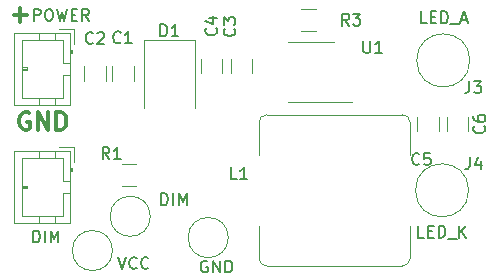
<source format=gbr>
G04 #@! TF.GenerationSoftware,KiCad,Pcbnew,(5.1.5)-3*
G04 #@! TF.CreationDate,2020-10-29T10:50:42+02:00*
G04 #@! TF.ProjectId,al8843,616c3838-3433-42e6-9b69-6361645f7063,rev?*
G04 #@! TF.SameCoordinates,Original*
G04 #@! TF.FileFunction,Legend,Top*
G04 #@! TF.FilePolarity,Positive*
%FSLAX46Y46*%
G04 Gerber Fmt 4.6, Leading zero omitted, Abs format (unit mm)*
G04 Created by KiCad (PCBNEW (5.1.5)-3) date 2020-10-29 10:50:42*
%MOMM*%
%LPD*%
G04 APERTURE LIST*
%ADD10C,0.150000*%
%ADD11C,0.300000*%
%ADD12C,0.120000*%
G04 APERTURE END LIST*
D10*
X155797619Y-31852380D02*
X155321428Y-31852380D01*
X155321428Y-30852380D01*
X156130952Y-31328571D02*
X156464285Y-31328571D01*
X156607142Y-31852380D02*
X156130952Y-31852380D01*
X156130952Y-30852380D01*
X156607142Y-30852380D01*
X157035714Y-31852380D02*
X157035714Y-30852380D01*
X157273809Y-30852380D01*
X157416666Y-30900000D01*
X157511904Y-30995238D01*
X157559523Y-31090476D01*
X157607142Y-31280952D01*
X157607142Y-31423809D01*
X157559523Y-31614285D01*
X157511904Y-31709523D01*
X157416666Y-31804761D01*
X157273809Y-31852380D01*
X157035714Y-31852380D01*
X157797619Y-31947619D02*
X158559523Y-31947619D01*
X158750000Y-31566666D02*
X159226190Y-31566666D01*
X158654761Y-31852380D02*
X158988095Y-30852380D01*
X159321428Y-31852380D01*
X155576190Y-50002380D02*
X155100000Y-50002380D01*
X155100000Y-49002380D01*
X155909523Y-49478571D02*
X156242857Y-49478571D01*
X156385714Y-50002380D02*
X155909523Y-50002380D01*
X155909523Y-49002380D01*
X156385714Y-49002380D01*
X156814285Y-50002380D02*
X156814285Y-49002380D01*
X157052380Y-49002380D01*
X157195238Y-49050000D01*
X157290476Y-49145238D01*
X157338095Y-49240476D01*
X157385714Y-49430952D01*
X157385714Y-49573809D01*
X157338095Y-49764285D01*
X157290476Y-49859523D01*
X157195238Y-49954761D01*
X157052380Y-50002380D01*
X156814285Y-50002380D01*
X157576190Y-50097619D02*
X158338095Y-50097619D01*
X158576190Y-50002380D02*
X158576190Y-49002380D01*
X159147619Y-50002380D02*
X158719047Y-49430952D01*
X159147619Y-49002380D02*
X158576190Y-49573809D01*
D11*
X122157142Y-39450000D02*
X122014285Y-39378571D01*
X121800000Y-39378571D01*
X121585714Y-39450000D01*
X121442857Y-39592857D01*
X121371428Y-39735714D01*
X121300000Y-40021428D01*
X121300000Y-40235714D01*
X121371428Y-40521428D01*
X121442857Y-40664285D01*
X121585714Y-40807142D01*
X121800000Y-40878571D01*
X121942857Y-40878571D01*
X122157142Y-40807142D01*
X122228571Y-40735714D01*
X122228571Y-40235714D01*
X121942857Y-40235714D01*
X122871428Y-40878571D02*
X122871428Y-39378571D01*
X123728571Y-40878571D01*
X123728571Y-39378571D01*
X124442857Y-40878571D02*
X124442857Y-39378571D01*
X124800000Y-39378571D01*
X125014285Y-39450000D01*
X125157142Y-39592857D01*
X125228571Y-39735714D01*
X125300000Y-40021428D01*
X125300000Y-40235714D01*
X125228571Y-40521428D01*
X125157142Y-40664285D01*
X125014285Y-40807142D01*
X124800000Y-40878571D01*
X124442857Y-40878571D01*
X120828571Y-31157142D02*
X121971428Y-31157142D01*
X121400000Y-31728571D02*
X121400000Y-30585714D01*
D12*
X131010000Y-35497936D02*
X131010000Y-36702064D01*
X129190000Y-35497936D02*
X129190000Y-36702064D01*
X126790000Y-35497936D02*
X126790000Y-36702064D01*
X128610000Y-35497936D02*
X128610000Y-36702064D01*
X141010000Y-34897936D02*
X141010000Y-36102064D01*
X139190000Y-34897936D02*
X139190000Y-36102064D01*
X138510000Y-34897936D02*
X138510000Y-36102064D01*
X136690000Y-34897936D02*
X136690000Y-36102064D01*
X154990000Y-39797936D02*
X154990000Y-41002064D01*
X156810000Y-39797936D02*
X156810000Y-41002064D01*
X157490000Y-39797936D02*
X157490000Y-41002064D01*
X159310000Y-39797936D02*
X159310000Y-41002064D01*
X136150000Y-33300000D02*
X131850000Y-33300000D01*
X131850000Y-33300000D02*
X131850000Y-39000000D01*
X136150000Y-33300000D02*
X136150000Y-39000000D01*
X125610000Y-32640000D02*
X120890000Y-32640000D01*
X120890000Y-32640000D02*
X120890000Y-38760000D01*
X120890000Y-38760000D02*
X125610000Y-38760000D01*
X125610000Y-38760000D02*
X125610000Y-32640000D01*
X125610000Y-34400000D02*
X125810000Y-34400000D01*
X125810000Y-34400000D02*
X125810000Y-34100000D01*
X125810000Y-34100000D02*
X125610000Y-34100000D01*
X125710000Y-34400000D02*
X125710000Y-34100000D01*
X125610000Y-35200000D02*
X125000000Y-35200000D01*
X125000000Y-35200000D02*
X125000000Y-33250000D01*
X125000000Y-33250000D02*
X121500000Y-33250000D01*
X121500000Y-33250000D02*
X121500000Y-38150000D01*
X121500000Y-38150000D02*
X125000000Y-38150000D01*
X125000000Y-38150000D02*
X125000000Y-36200000D01*
X125000000Y-36200000D02*
X125610000Y-36200000D01*
X124300000Y-32640000D02*
X124300000Y-33250000D01*
X123000000Y-32640000D02*
X123000000Y-33250000D01*
X124300000Y-38760000D02*
X124300000Y-38150000D01*
X123000000Y-38760000D02*
X123000000Y-38150000D01*
X121500000Y-35600000D02*
X122000000Y-35600000D01*
X122000000Y-35600000D02*
X122000000Y-35800000D01*
X122000000Y-35800000D02*
X121500000Y-35800000D01*
X121500000Y-35700000D02*
X122000000Y-35700000D01*
X125910000Y-33590000D02*
X125910000Y-32340000D01*
X125910000Y-32340000D02*
X124660000Y-32340000D01*
X125910000Y-42340000D02*
X124660000Y-42340000D01*
X125910000Y-43590000D02*
X125910000Y-42340000D01*
X121500000Y-45700000D02*
X122000000Y-45700000D01*
X122000000Y-45800000D02*
X121500000Y-45800000D01*
X122000000Y-45600000D02*
X122000000Y-45800000D01*
X121500000Y-45600000D02*
X122000000Y-45600000D01*
X123000000Y-48760000D02*
X123000000Y-48150000D01*
X124300000Y-48760000D02*
X124300000Y-48150000D01*
X123000000Y-42640000D02*
X123000000Y-43250000D01*
X124300000Y-42640000D02*
X124300000Y-43250000D01*
X125000000Y-46200000D02*
X125610000Y-46200000D01*
X125000000Y-48150000D02*
X125000000Y-46200000D01*
X121500000Y-48150000D02*
X125000000Y-48150000D01*
X121500000Y-43250000D02*
X121500000Y-48150000D01*
X125000000Y-43250000D02*
X121500000Y-43250000D01*
X125000000Y-45200000D02*
X125000000Y-43250000D01*
X125610000Y-45200000D02*
X125000000Y-45200000D01*
X125710000Y-44400000D02*
X125710000Y-44100000D01*
X125810000Y-44100000D02*
X125610000Y-44100000D01*
X125810000Y-44400000D02*
X125810000Y-44100000D01*
X125610000Y-44400000D02*
X125810000Y-44400000D01*
X125610000Y-48760000D02*
X125610000Y-42640000D01*
X120890000Y-48760000D02*
X125610000Y-48760000D01*
X120890000Y-42640000D02*
X120890000Y-48760000D01*
X125610000Y-42640000D02*
X120890000Y-42640000D01*
X159450000Y-35000000D02*
G75*
G03X159450000Y-35000000I-2250000J0D01*
G01*
X159350000Y-46000000D02*
G75*
G03X159350000Y-46000000I-2250000J0D01*
G01*
X142250000Y-39600000D02*
X153750000Y-39600000D01*
X141600000Y-40250000D02*
X141600000Y-43000000D01*
X153750000Y-52400000D02*
X142250000Y-52400000D01*
X154400000Y-40250000D02*
X154400000Y-43000000D01*
X141600000Y-49000000D02*
X141600000Y-51750000D01*
X154400000Y-49000000D02*
X154400000Y-51750000D01*
X141600000Y-40250000D02*
G75*
G02X142250000Y-39600000I650000J0D01*
G01*
X142250000Y-52400000D02*
G75*
G02X141600000Y-51750000I0J650000D01*
G01*
X154400000Y-51750000D02*
G75*
G02X153750000Y-52400000I-650000J0D01*
G01*
X153750000Y-39600000D02*
G75*
G02X154400000Y-40250000I0J-650000D01*
G01*
X131202064Y-45610000D02*
X129997936Y-45610000D01*
X131202064Y-43790000D02*
X129997936Y-43790000D01*
X146402064Y-32510000D02*
X145197936Y-32510000D01*
X146402064Y-30690000D02*
X145197936Y-30690000D01*
X132400000Y-48200000D02*
G75*
G03X132400000Y-48200000I-1700000J0D01*
G01*
X129200000Y-51100000D02*
G75*
G03X129200000Y-51100000I-1700000J0D01*
G01*
X139000000Y-50000000D02*
G75*
G03X139000000Y-50000000I-1700000J0D01*
G01*
X149450000Y-38560000D02*
X144050000Y-38560000D01*
X147950000Y-33440000D02*
X144050000Y-33440000D01*
D10*
X129883333Y-33457142D02*
X129835714Y-33504761D01*
X129692857Y-33552380D01*
X129597619Y-33552380D01*
X129454761Y-33504761D01*
X129359523Y-33409523D01*
X129311904Y-33314285D01*
X129264285Y-33123809D01*
X129264285Y-32980952D01*
X129311904Y-32790476D01*
X129359523Y-32695238D01*
X129454761Y-32600000D01*
X129597619Y-32552380D01*
X129692857Y-32552380D01*
X129835714Y-32600000D01*
X129883333Y-32647619D01*
X130835714Y-33552380D02*
X130264285Y-33552380D01*
X130550000Y-33552380D02*
X130550000Y-32552380D01*
X130454761Y-32695238D01*
X130359523Y-32790476D01*
X130264285Y-32838095D01*
X127533333Y-33507142D02*
X127485714Y-33554761D01*
X127342857Y-33602380D01*
X127247619Y-33602380D01*
X127104761Y-33554761D01*
X127009523Y-33459523D01*
X126961904Y-33364285D01*
X126914285Y-33173809D01*
X126914285Y-33030952D01*
X126961904Y-32840476D01*
X127009523Y-32745238D01*
X127104761Y-32650000D01*
X127247619Y-32602380D01*
X127342857Y-32602380D01*
X127485714Y-32650000D01*
X127533333Y-32697619D01*
X127914285Y-32697619D02*
X127961904Y-32650000D01*
X128057142Y-32602380D01*
X128295238Y-32602380D01*
X128390476Y-32650000D01*
X128438095Y-32697619D01*
X128485714Y-32792857D01*
X128485714Y-32888095D01*
X128438095Y-33030952D01*
X127866666Y-33602380D01*
X128485714Y-33602380D01*
X139507142Y-32316666D02*
X139554761Y-32364285D01*
X139602380Y-32507142D01*
X139602380Y-32602380D01*
X139554761Y-32745238D01*
X139459523Y-32840476D01*
X139364285Y-32888095D01*
X139173809Y-32935714D01*
X139030952Y-32935714D01*
X138840476Y-32888095D01*
X138745238Y-32840476D01*
X138650000Y-32745238D01*
X138602380Y-32602380D01*
X138602380Y-32507142D01*
X138650000Y-32364285D01*
X138697619Y-32316666D01*
X138602380Y-31983333D02*
X138602380Y-31364285D01*
X138983333Y-31697619D01*
X138983333Y-31554761D01*
X139030952Y-31459523D01*
X139078571Y-31411904D01*
X139173809Y-31364285D01*
X139411904Y-31364285D01*
X139507142Y-31411904D01*
X139554761Y-31459523D01*
X139602380Y-31554761D01*
X139602380Y-31840476D01*
X139554761Y-31935714D01*
X139507142Y-31983333D01*
X137957142Y-32266666D02*
X138004761Y-32314285D01*
X138052380Y-32457142D01*
X138052380Y-32552380D01*
X138004761Y-32695238D01*
X137909523Y-32790476D01*
X137814285Y-32838095D01*
X137623809Y-32885714D01*
X137480952Y-32885714D01*
X137290476Y-32838095D01*
X137195238Y-32790476D01*
X137100000Y-32695238D01*
X137052380Y-32552380D01*
X137052380Y-32457142D01*
X137100000Y-32314285D01*
X137147619Y-32266666D01*
X137385714Y-31409523D02*
X138052380Y-31409523D01*
X137004761Y-31647619D02*
X137719047Y-31885714D01*
X137719047Y-31266666D01*
X155183333Y-43757142D02*
X155135714Y-43804761D01*
X154992857Y-43852380D01*
X154897619Y-43852380D01*
X154754761Y-43804761D01*
X154659523Y-43709523D01*
X154611904Y-43614285D01*
X154564285Y-43423809D01*
X154564285Y-43280952D01*
X154611904Y-43090476D01*
X154659523Y-42995238D01*
X154754761Y-42900000D01*
X154897619Y-42852380D01*
X154992857Y-42852380D01*
X155135714Y-42900000D01*
X155183333Y-42947619D01*
X156088095Y-42852380D02*
X155611904Y-42852380D01*
X155564285Y-43328571D01*
X155611904Y-43280952D01*
X155707142Y-43233333D01*
X155945238Y-43233333D01*
X156040476Y-43280952D01*
X156088095Y-43328571D01*
X156135714Y-43423809D01*
X156135714Y-43661904D01*
X156088095Y-43757142D01*
X156040476Y-43804761D01*
X155945238Y-43852380D01*
X155707142Y-43852380D01*
X155611904Y-43804761D01*
X155564285Y-43757142D01*
X160657142Y-40566666D02*
X160704761Y-40614285D01*
X160752380Y-40757142D01*
X160752380Y-40852380D01*
X160704761Y-40995238D01*
X160609523Y-41090476D01*
X160514285Y-41138095D01*
X160323809Y-41185714D01*
X160180952Y-41185714D01*
X159990476Y-41138095D01*
X159895238Y-41090476D01*
X159800000Y-40995238D01*
X159752380Y-40852380D01*
X159752380Y-40757142D01*
X159800000Y-40614285D01*
X159847619Y-40566666D01*
X159752380Y-39709523D02*
X159752380Y-39900000D01*
X159800000Y-39995238D01*
X159847619Y-40042857D01*
X159990476Y-40138095D01*
X160180952Y-40185714D01*
X160561904Y-40185714D01*
X160657142Y-40138095D01*
X160704761Y-40090476D01*
X160752380Y-39995238D01*
X160752380Y-39804761D01*
X160704761Y-39709523D01*
X160657142Y-39661904D01*
X160561904Y-39614285D01*
X160323809Y-39614285D01*
X160228571Y-39661904D01*
X160180952Y-39709523D01*
X160133333Y-39804761D01*
X160133333Y-39995238D01*
X160180952Y-40090476D01*
X160228571Y-40138095D01*
X160323809Y-40185714D01*
X133261904Y-32952380D02*
X133261904Y-31952380D01*
X133500000Y-31952380D01*
X133642857Y-32000000D01*
X133738095Y-32095238D01*
X133785714Y-32190476D01*
X133833333Y-32380952D01*
X133833333Y-32523809D01*
X133785714Y-32714285D01*
X133738095Y-32809523D01*
X133642857Y-32904761D01*
X133500000Y-32952380D01*
X133261904Y-32952380D01*
X134785714Y-32952380D02*
X134214285Y-32952380D01*
X134500000Y-32952380D02*
X134500000Y-31952380D01*
X134404761Y-32095238D01*
X134309523Y-32190476D01*
X134214285Y-32238095D01*
X122540476Y-31652380D02*
X122540476Y-30652380D01*
X122921428Y-30652380D01*
X123016666Y-30700000D01*
X123064285Y-30747619D01*
X123111904Y-30842857D01*
X123111904Y-30985714D01*
X123064285Y-31080952D01*
X123016666Y-31128571D01*
X122921428Y-31176190D01*
X122540476Y-31176190D01*
X123730952Y-30652380D02*
X123921428Y-30652380D01*
X124016666Y-30700000D01*
X124111904Y-30795238D01*
X124159523Y-30985714D01*
X124159523Y-31319047D01*
X124111904Y-31509523D01*
X124016666Y-31604761D01*
X123921428Y-31652380D01*
X123730952Y-31652380D01*
X123635714Y-31604761D01*
X123540476Y-31509523D01*
X123492857Y-31319047D01*
X123492857Y-30985714D01*
X123540476Y-30795238D01*
X123635714Y-30700000D01*
X123730952Y-30652380D01*
X124492857Y-30652380D02*
X124730952Y-31652380D01*
X124921428Y-30938095D01*
X125111904Y-31652380D01*
X125350000Y-30652380D01*
X125730952Y-31128571D02*
X126064285Y-31128571D01*
X126207142Y-31652380D02*
X125730952Y-31652380D01*
X125730952Y-30652380D01*
X126207142Y-30652380D01*
X127207142Y-31652380D02*
X126873809Y-31176190D01*
X126635714Y-31652380D02*
X126635714Y-30652380D01*
X127016666Y-30652380D01*
X127111904Y-30700000D01*
X127159523Y-30747619D01*
X127207142Y-30842857D01*
X127207142Y-30985714D01*
X127159523Y-31080952D01*
X127111904Y-31128571D01*
X127016666Y-31176190D01*
X126635714Y-31176190D01*
X122478571Y-50402380D02*
X122478571Y-49402380D01*
X122716666Y-49402380D01*
X122859523Y-49450000D01*
X122954761Y-49545238D01*
X123002380Y-49640476D01*
X123050000Y-49830952D01*
X123050000Y-49973809D01*
X123002380Y-50164285D01*
X122954761Y-50259523D01*
X122859523Y-50354761D01*
X122716666Y-50402380D01*
X122478571Y-50402380D01*
X123478571Y-50402380D02*
X123478571Y-49402380D01*
X123954761Y-50402380D02*
X123954761Y-49402380D01*
X124288095Y-50116666D01*
X124621428Y-49402380D01*
X124621428Y-50402380D01*
X159416666Y-36752380D02*
X159416666Y-37466666D01*
X159369047Y-37609523D01*
X159273809Y-37704761D01*
X159130952Y-37752380D01*
X159035714Y-37752380D01*
X159797619Y-36752380D02*
X160416666Y-36752380D01*
X160083333Y-37133333D01*
X160226190Y-37133333D01*
X160321428Y-37180952D01*
X160369047Y-37228571D01*
X160416666Y-37323809D01*
X160416666Y-37561904D01*
X160369047Y-37657142D01*
X160321428Y-37704761D01*
X160226190Y-37752380D01*
X159940476Y-37752380D01*
X159845238Y-37704761D01*
X159797619Y-37657142D01*
X159466666Y-43202380D02*
X159466666Y-43916666D01*
X159419047Y-44059523D01*
X159323809Y-44154761D01*
X159180952Y-44202380D01*
X159085714Y-44202380D01*
X160371428Y-43535714D02*
X160371428Y-44202380D01*
X160133333Y-43154761D02*
X159895238Y-43869047D01*
X160514285Y-43869047D01*
X139733333Y-45052380D02*
X139257142Y-45052380D01*
X139257142Y-44052380D01*
X140590476Y-45052380D02*
X140019047Y-45052380D01*
X140304761Y-45052380D02*
X140304761Y-44052380D01*
X140209523Y-44195238D01*
X140114285Y-44290476D01*
X140019047Y-44338095D01*
X128933333Y-43352380D02*
X128600000Y-42876190D01*
X128361904Y-43352380D02*
X128361904Y-42352380D01*
X128742857Y-42352380D01*
X128838095Y-42400000D01*
X128885714Y-42447619D01*
X128933333Y-42542857D01*
X128933333Y-42685714D01*
X128885714Y-42780952D01*
X128838095Y-42828571D01*
X128742857Y-42876190D01*
X128361904Y-42876190D01*
X129885714Y-43352380D02*
X129314285Y-43352380D01*
X129600000Y-43352380D02*
X129600000Y-42352380D01*
X129504761Y-42495238D01*
X129409523Y-42590476D01*
X129314285Y-42638095D01*
X149233333Y-32052380D02*
X148900000Y-31576190D01*
X148661904Y-32052380D02*
X148661904Y-31052380D01*
X149042857Y-31052380D01*
X149138095Y-31100000D01*
X149185714Y-31147619D01*
X149233333Y-31242857D01*
X149233333Y-31385714D01*
X149185714Y-31480952D01*
X149138095Y-31528571D01*
X149042857Y-31576190D01*
X148661904Y-31576190D01*
X149566666Y-31052380D02*
X150185714Y-31052380D01*
X149852380Y-31433333D01*
X149995238Y-31433333D01*
X150090476Y-31480952D01*
X150138095Y-31528571D01*
X150185714Y-31623809D01*
X150185714Y-31861904D01*
X150138095Y-31957142D01*
X150090476Y-32004761D01*
X149995238Y-32052380D01*
X149709523Y-32052380D01*
X149614285Y-32004761D01*
X149566666Y-31957142D01*
X133328571Y-47252380D02*
X133328571Y-46252380D01*
X133566666Y-46252380D01*
X133709523Y-46300000D01*
X133804761Y-46395238D01*
X133852380Y-46490476D01*
X133900000Y-46680952D01*
X133900000Y-46823809D01*
X133852380Y-47014285D01*
X133804761Y-47109523D01*
X133709523Y-47204761D01*
X133566666Y-47252380D01*
X133328571Y-47252380D01*
X134328571Y-47252380D02*
X134328571Y-46252380D01*
X134804761Y-47252380D02*
X134804761Y-46252380D01*
X135138095Y-46966666D01*
X135471428Y-46252380D01*
X135471428Y-47252380D01*
X129666666Y-51652380D02*
X130000000Y-52652380D01*
X130333333Y-51652380D01*
X131238095Y-52557142D02*
X131190476Y-52604761D01*
X131047619Y-52652380D01*
X130952380Y-52652380D01*
X130809523Y-52604761D01*
X130714285Y-52509523D01*
X130666666Y-52414285D01*
X130619047Y-52223809D01*
X130619047Y-52080952D01*
X130666666Y-51890476D01*
X130714285Y-51795238D01*
X130809523Y-51700000D01*
X130952380Y-51652380D01*
X131047619Y-51652380D01*
X131190476Y-51700000D01*
X131238095Y-51747619D01*
X132238095Y-52557142D02*
X132190476Y-52604761D01*
X132047619Y-52652380D01*
X131952380Y-52652380D01*
X131809523Y-52604761D01*
X131714285Y-52509523D01*
X131666666Y-52414285D01*
X131619047Y-52223809D01*
X131619047Y-52080952D01*
X131666666Y-51890476D01*
X131714285Y-51795238D01*
X131809523Y-51700000D01*
X131952380Y-51652380D01*
X132047619Y-51652380D01*
X132190476Y-51700000D01*
X132238095Y-51747619D01*
X137238095Y-52000000D02*
X137142857Y-51952380D01*
X137000000Y-51952380D01*
X136857142Y-52000000D01*
X136761904Y-52095238D01*
X136714285Y-52190476D01*
X136666666Y-52380952D01*
X136666666Y-52523809D01*
X136714285Y-52714285D01*
X136761904Y-52809523D01*
X136857142Y-52904761D01*
X137000000Y-52952380D01*
X137095238Y-52952380D01*
X137238095Y-52904761D01*
X137285714Y-52857142D01*
X137285714Y-52523809D01*
X137095238Y-52523809D01*
X137714285Y-52952380D02*
X137714285Y-51952380D01*
X138285714Y-52952380D01*
X138285714Y-51952380D01*
X138761904Y-52952380D02*
X138761904Y-51952380D01*
X139000000Y-51952380D01*
X139142857Y-52000000D01*
X139238095Y-52095238D01*
X139285714Y-52190476D01*
X139333333Y-52380952D01*
X139333333Y-52523809D01*
X139285714Y-52714285D01*
X139238095Y-52809523D01*
X139142857Y-52904761D01*
X139000000Y-52952380D01*
X138761904Y-52952380D01*
X150438095Y-33352380D02*
X150438095Y-34161904D01*
X150485714Y-34257142D01*
X150533333Y-34304761D01*
X150628571Y-34352380D01*
X150819047Y-34352380D01*
X150914285Y-34304761D01*
X150961904Y-34257142D01*
X151009523Y-34161904D01*
X151009523Y-33352380D01*
X152009523Y-34352380D02*
X151438095Y-34352380D01*
X151723809Y-34352380D02*
X151723809Y-33352380D01*
X151628571Y-33495238D01*
X151533333Y-33590476D01*
X151438095Y-33638095D01*
M02*

</source>
